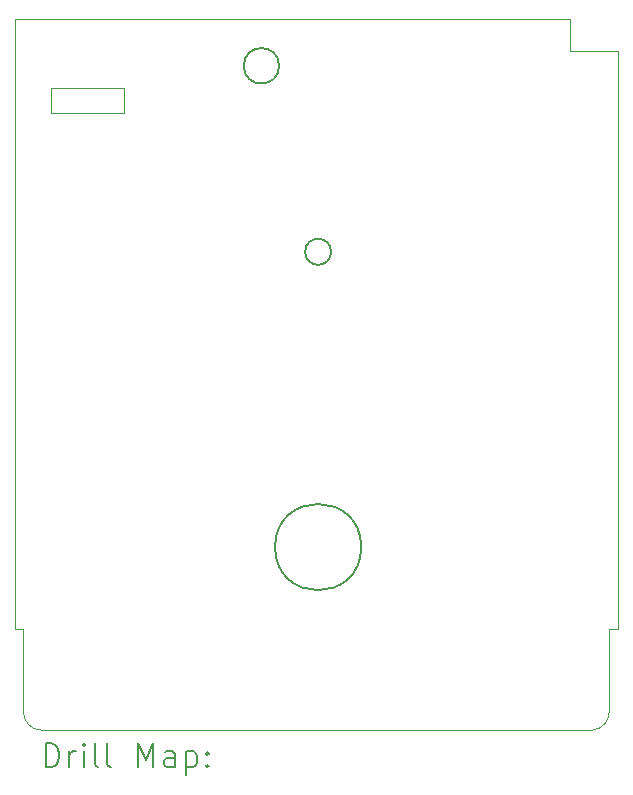
<source format=gbr>
%TF.GenerationSoftware,KiCad,Pcbnew,(6.0.8)*%
%TF.CreationDate,2022-12-27T12:07:22-05:00*%
%TF.ProjectId,mbc30flash,6d626333-3066-46c6-9173-682e6b696361,rev?*%
%TF.SameCoordinates,Original*%
%TF.FileFunction,Drillmap*%
%TF.FilePolarity,Positive*%
%FSLAX45Y45*%
G04 Gerber Fmt 4.5, Leading zero omitted, Abs format (unit mm)*
G04 Created by KiCad (PCBNEW (6.0.8)) date 2022-12-27 12:07:22*
%MOMM*%
%LPD*%
G01*
G04 APERTURE LIST*
%ADD10C,0.025400*%
%ADD11C,0.200000*%
G04 APERTURE END LIST*
D10*
X6790182Y-7560204D02*
X6790182Y-7770880D01*
X7412482Y-7560204D02*
X6790182Y-7560204D01*
X6490622Y-12140200D02*
X6560622Y-12140200D01*
X11590622Y-11170560D02*
X11590622Y-7250200D01*
X11185622Y-7250200D02*
X11185622Y-6980200D01*
X6490622Y-6980200D02*
X6490622Y-11170560D01*
X6714622Y-13000200D02*
X11377622Y-13000200D01*
X6560622Y-12140200D02*
X6560622Y-12844200D01*
X11520622Y-12140200D02*
X11590622Y-12140200D01*
X11520622Y-12836200D02*
X11520622Y-12140200D01*
X11185622Y-6980200D02*
X6490622Y-6980200D01*
X6560622Y-12844200D02*
G75*
G03*
X6714622Y-13000200I152498J-3470D01*
G01*
X11377622Y-13000204D02*
G75*
G03*
X11520622Y-12836200I-15092J157504D01*
G01*
X11590622Y-7250200D02*
X11185622Y-7250200D01*
X6790182Y-7770880D02*
X7412482Y-7770880D01*
X11590622Y-12140200D02*
X11590622Y-11170560D01*
X6490622Y-11170560D02*
X6490622Y-12140200D01*
D11*
X8724900Y-7375000D02*
G75*
G03*
X8724900Y-7375000I-150000J0D01*
G01*
D10*
X7412482Y-7560204D02*
X7412482Y-7770880D01*
D11*
X9165000Y-8950000D02*
G75*
G03*
X9165000Y-8950000I-110000J0D01*
G01*
X9420000Y-11450000D02*
G75*
G03*
X9420000Y-11450000I-365000J0D01*
G01*
X6746971Y-13311953D02*
X6746971Y-13111953D01*
X6794590Y-13111953D01*
X6823161Y-13121477D01*
X6842209Y-13140525D01*
X6851733Y-13159573D01*
X6861257Y-13197668D01*
X6861257Y-13226239D01*
X6851733Y-13264334D01*
X6842209Y-13283382D01*
X6823161Y-13302430D01*
X6794590Y-13311953D01*
X6746971Y-13311953D01*
X6946971Y-13311953D02*
X6946971Y-13178620D01*
X6946971Y-13216715D02*
X6956495Y-13197668D01*
X6966019Y-13188144D01*
X6985066Y-13178620D01*
X7004114Y-13178620D01*
X7070780Y-13311953D02*
X7070780Y-13178620D01*
X7070780Y-13111953D02*
X7061257Y-13121477D01*
X7070780Y-13131001D01*
X7080304Y-13121477D01*
X7070780Y-13111953D01*
X7070780Y-13131001D01*
X7194590Y-13311953D02*
X7175542Y-13302430D01*
X7166019Y-13283382D01*
X7166019Y-13111953D01*
X7299352Y-13311953D02*
X7280304Y-13302430D01*
X7270780Y-13283382D01*
X7270780Y-13111953D01*
X7527923Y-13311953D02*
X7527923Y-13111953D01*
X7594590Y-13254811D01*
X7661257Y-13111953D01*
X7661257Y-13311953D01*
X7842209Y-13311953D02*
X7842209Y-13207192D01*
X7832685Y-13188144D01*
X7813638Y-13178620D01*
X7775542Y-13178620D01*
X7756495Y-13188144D01*
X7842209Y-13302430D02*
X7823161Y-13311953D01*
X7775542Y-13311953D01*
X7756495Y-13302430D01*
X7746971Y-13283382D01*
X7746971Y-13264334D01*
X7756495Y-13245287D01*
X7775542Y-13235763D01*
X7823161Y-13235763D01*
X7842209Y-13226239D01*
X7937447Y-13178620D02*
X7937447Y-13378620D01*
X7937447Y-13188144D02*
X7956495Y-13178620D01*
X7994590Y-13178620D01*
X8013638Y-13188144D01*
X8023161Y-13197668D01*
X8032685Y-13216715D01*
X8032685Y-13273858D01*
X8023161Y-13292906D01*
X8013638Y-13302430D01*
X7994590Y-13311953D01*
X7956495Y-13311953D01*
X7937447Y-13302430D01*
X8118400Y-13292906D02*
X8127923Y-13302430D01*
X8118400Y-13311953D01*
X8108876Y-13302430D01*
X8118400Y-13292906D01*
X8118400Y-13311953D01*
X8118400Y-13188144D02*
X8127923Y-13197668D01*
X8118400Y-13207192D01*
X8108876Y-13197668D01*
X8118400Y-13188144D01*
X8118400Y-13207192D01*
M02*

</source>
